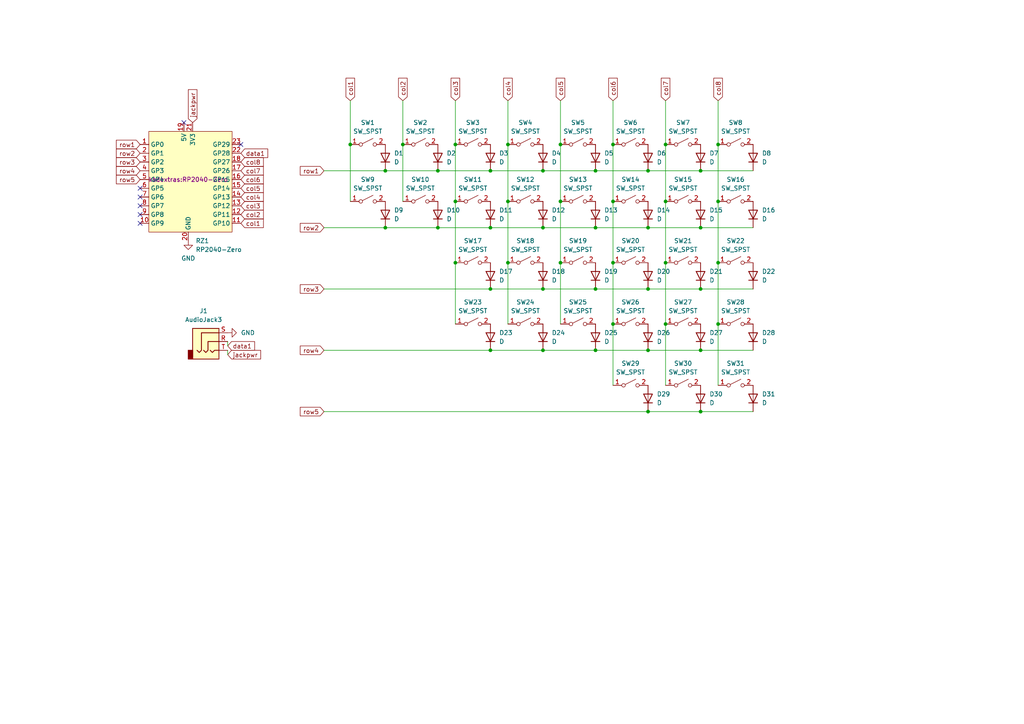
<source format=kicad_sch>
(kicad_sch (version 20250114) (generator "eeschema") (generator_version "9.0")
  (paper "A4")
  (lib_symbols
    (symbol "Connector_Audio:AudioJack3"
      (property "Reference" "J" (at 0 8.89 0))
      (property "Value" "AudioJack3" (at 0 6.35 0))
      (symbol "AudioJack3_0_1"
        (rectangle (start -5.08 -5.08) (end -6.35 -2.54) (stroke (width 0.254)) (fill (type outline)))
        (polyline (pts (xy -1.905 -2.54) (xy -1.27 -3.175) (xy -0.635 -2.54) (xy -0.635 0) (xy 2.54 0)) (stroke (width 0.254)))
        (polyline (pts (xy 0 -2.54) (xy 0.635 -3.175) (xy 1.27 -2.54) (xy 2.54 -2.54)) (stroke (width 0.254)))
        (rectangle (start 2.54 3.81) (end -5.08 -5.08) (stroke (width 0.254)) (fill (type background)))
        (polyline (pts (xy 2.54 2.54) (xy -2.54 2.54) (xy -2.54 -2.54) (xy -3.175 -3.175) (xy -3.81 -2.54)) (stroke (width 0.254)))
      )
      (symbol "AudioJack3_1_1"
        (pin passive line (at 5.08 2.54 180) (length 2.54) (name "~") (number "S"))
        (pin passive line (at 5.08 0 180) (length 2.54) (name "~") (number "R"))
        (pin passive line (at 5.08 -2.54 180) (length 2.54) (name "~") (number "T"))
      )
    )
    (symbol "Device:D" (pin_numbers (hide yes)) (pin_names (offset 1.016) (hide yes))
      (property "Reference" "D" (at 0 2.54 0))
      (property "Value" "D" (at 0 -2.54 0))
      (symbol "D_0_1"
        (polyline (pts (xy -1.27 1.27) (xy -1.27 -1.27)) (stroke (width 0.254)))
        (polyline (pts (xy 1.27 1.27) (xy 1.27 -1.27) (xy -1.27 0) (xy 1.27 1.27)) (stroke (width 0.254)))
        (polyline (pts (xy 1.27 0) (xy -1.27 0)))
      )
      (symbol "D_1_1"
        (pin passive line (at -3.81 0 0) (length 2.54) (name "K") (number "1"))
        (pin passive line (at 3.81 0 180) (length 2.54) (name "A") (number "2"))
      )
    )
    (symbol "Switch:SW_SPST" (pin_names (offset 0) (hide yes))
      (property "Reference" "SW" (at 0 3.175 0))
      (property "Value" "SW_SPST" (at 0 -2.54 0))
      (symbol "SW_SPST_0_0"
        (circle (center -2.032 0) (radius 0.508))
        (polyline (pts (xy -1.524 0.254) (xy 1.524 1.778)))
        (circle (center 2.032 0) (radius 0.508))
      )
      (symbol "SW_SPST_1_1"
        (pin passive line (at -5.08 0 0) (length 2.54) (name "A") (number "1"))
        (pin passive line (at 5.08 0 180) (length 2.54) (name "B") (number "2"))
      )
    )
    (symbol "picos:RP2040-Zero"
      (property "Reference" "RZ" (at 0 0 0))
      (property "Value" "RP2040-Zero" (at 0 -2.54 0))
      (property "Footprint" "RP2040-Zero:RP2040-Zero" (at 0 0 0))
      (symbol "RP2040-Zero_0_1"
        (rectangle (start -11.43 -15.24) (end 12.7 13.97) (fill (type background)))
      )
      (symbol "RP2040-Zero_1_1"
        (pin bidirectional line (at -13.97 10.16 0) (length 2.54) (name "GP0") (number "1"))
        (pin bidirectional line (at -13.97 7.62 0) (length 2.54) (name "GP1") (number "2"))
        (pin bidirectional line (at -13.97 5.08 0) (length 2.54) (name "GP2") (number "3"))
        (pin bidirectional line (at -13.97 2.54 0) (length 2.54) (name "GP3") (number "4"))
        (pin bidirectional line (at -13.97 0 0) (length 2.54) (name "GP4") (number "5"))
        (pin bidirectional line (at -13.97 -2.54 0) (length 2.54) (name "GP5") (number "6"))
        (pin bidirectional line (at -13.97 -5.08 0) (length 2.54) (name "GP6") (number "7"))
        (pin bidirectional line (at -13.97 -7.62 0) (length 2.54) (name "GP7") (number "8"))
        (pin bidirectional line (at -13.97 -10.16 0) (length 2.54) (name "GP8") (number "9"))
        (pin bidirectional line (at -13.97 -12.7 0) (length 2.54) (name "GP9") (number "10"))
        (pin bidirectional line (at -1.27 16.51 270) (length 2.54) (name "5V") (number "19"))
        (pin power_in line (at 0 -17.78 90) (length 2.54) (name "GND") (number "20"))
        (pin power_in line (at 1.27 16.51 270) (length 2.54) (name "3V3") (number "21"))
        (pin bidirectional line (at 15.24 10.16 180) (length 2.54) (name "GP29") (number "23"))
        (pin bidirectional line (at 15.24 7.62 180) (length 2.54) (name "GP28") (number "22"))
        (pin bidirectional line (at 15.24 5.08 180) (length 2.54) (name "GP27") (number "18"))
        (pin bidirectional line (at 15.24 2.54 180) (length 2.54) (name "GP26") (number "17"))
        (pin bidirectional line (at 15.24 0 180) (length 2.54) (name "GP15") (number "16"))
        (pin bidirectional line (at 15.24 -2.54 180) (length 2.54) (name "GP14") (number "15"))
        (pin bidirectional line (at 15.24 -5.08 180) (length 2.54) (name "GP13") (number "14"))
        (pin bidirectional line (at 15.24 -7.62 180) (length 2.54) (name "GP12") (number "13"))
        (pin bidirectional line (at 15.24 -10.16 180) (length 2.54) (name "GP11") (number "12"))
        (pin bidirectional line (at 15.24 -12.7 180) (length 2.54) (name "GP10") (number "11"))
      )
    )
    (symbol "power:GND" (power) (pin_numbers (hide yes)) (pin_names (offset 0) (hide yes))
      (property "Value" "GND" (at 0 -3.81 0))
      (symbol "GND_0_1"
        (polyline (pts (xy 0 0) (xy 0 -1.27) (xy 1.27 -1.27) (xy 0 -2.54) (xy -1.27 -1.27) (xy 0 -1.27)))
      )
      (symbol "GND_1_1"
        (pin power_in line (at 0 0 270) (length 0) (name "~") (number "1"))
      )
    )
  )
  (junction (at 147.32 58.42))
  (junction (at 142.24 49.53))
  (junction (at 157.48 101.6))
  (junction (at 208.28 76.2))
  (junction (at 203.2 83.82))
  (junction (at 193.04 41.91))
  (junction (at 193.04 76.2))
  (junction (at 177.8 58.42))
  (junction (at 172.72 83.82))
  (junction (at 116.84 41.91))
  (junction (at 162.56 58.42))
  (junction (at 208.28 41.91))
  (junction (at 101.6 41.91))
  (junction (at 208.28 93.98))
  (junction (at 193.04 93.98))
  (junction (at 208.28 58.42))
  (junction (at 172.72 66.04))
  (junction (at 127 66.04))
  (junction (at 203.2 66.04))
  (junction (at 157.48 49.53))
  (junction (at 187.96 101.6))
  (junction (at 177.8 41.91))
  (junction (at 142.24 101.6))
  (junction (at 177.8 93.98))
  (junction (at 193.04 58.42))
  (junction (at 142.24 66.04))
  (junction (at 162.56 76.2))
  (junction (at 187.96 119.38))
  (junction (at 132.08 41.91))
  (junction (at 157.48 83.82))
  (junction (at 187.96 49.53))
  (junction (at 177.8 76.2))
  (junction (at 132.08 76.2))
  (junction (at 172.72 101.6))
  (junction (at 172.72 49.53))
  (junction (at 203.2 49.53))
  (junction (at 187.96 83.82))
  (junction (at 111.76 66.04))
  (junction (at 147.32 41.91))
  (junction (at 203.2 119.38))
  (junction (at 127 49.53))
  (junction (at 132.08 58.42))
  (junction (at 111.76 49.53))
  (junction (at 147.32 76.2))
  (junction (at 142.24 83.82))
  (junction (at 162.56 41.91))
  (junction (at 203.2 101.6))
  (junction (at 157.48 66.04))
  (junction (at 187.96 66.04))
  (no_connect (at 40.64 64.77))
  (no_connect (at 40.64 59.69))
  (no_connect (at 69.85 41.91))
  (no_connect (at 40.64 54.61))
  (no_connect (at 40.64 57.15))
  (no_connect (at 53.34 35.56))
  (no_connect (at 40.64 62.23))
  (wire (pts (xy 172.72 101.6) (xy 187.96 101.6)))
  (wire (pts (xy 177.8 76.2) (xy 177.8 93.98)))
  (wire (pts (xy 193.04 41.91) (xy 193.04 58.42)))
  (wire (pts (xy 187.96 83.82) (xy 203.2 83.82)))
  (wire (pts (xy 172.72 83.82) (xy 187.96 83.82)))
  (wire (pts (xy 93.98 49.53) (xy 111.76 49.53)))
  (wire (pts (xy 177.8 29.21) (xy 177.8 41.91)))
  (wire (pts (xy 142.24 83.82) (xy 157.48 83.82)))
  (wire (pts (xy 147.32 29.21) (xy 147.32 41.91)))
  (wire (pts (xy 187.96 66.04) (xy 203.2 66.04)))
  (wire (pts (xy 187.96 49.53) (xy 203.2 49.53)))
  (wire (pts (xy 157.48 83.82) (xy 172.72 83.82)))
  (wire (pts (xy 142.24 49.53) (xy 157.48 49.53)))
  (wire (pts (xy 172.72 66.04) (xy 187.96 66.04)))
  (wire (pts (xy 208.28 58.42) (xy 208.28 76.2)))
  (wire (pts (xy 147.32 41.91) (xy 147.32 58.42)))
  (wire (pts (xy 203.2 119.38) (xy 218.44 119.38)))
  (wire (pts (xy 127 49.53) (xy 142.24 49.53)))
  (wire (pts (xy 116.84 29.21) (xy 116.84 41.91)))
  (wire (pts (xy 203.2 101.6) (xy 218.44 101.6)))
  (wire (pts (xy 93.98 83.82) (xy 142.24 83.82)))
  (wire (pts (xy 187.96 119.38) (xy 203.2 119.38)))
  (wire (pts (xy 111.76 49.53) (xy 127 49.53)))
  (wire (pts (xy 66.04 101.6) (xy 66.04 102.87)))
  (wire (pts (xy 142.24 101.6) (xy 157.48 101.6)))
  (wire (pts (xy 157.48 66.04) (xy 172.72 66.04)))
  (wire (pts (xy 177.8 58.42) (xy 177.8 76.2)))
  (wire (pts (xy 208.28 29.21) (xy 208.28 41.91)))
  (wire (pts (xy 101.6 29.21) (xy 101.6 41.91)))
  (wire (pts (xy 162.56 41.91) (xy 162.56 58.42)))
  (wire (pts (xy 111.76 66.04) (xy 127 66.04)))
  (wire (pts (xy 203.2 49.53) (xy 218.44 49.53)))
  (wire (pts (xy 101.6 41.91) (xy 101.6 58.42)))
  (wire (pts (xy 193.04 29.21) (xy 193.04 41.91)))
  (wire (pts (xy 147.32 58.42) (xy 147.32 76.2)))
  (wire (pts (xy 193.04 76.2) (xy 193.04 93.98)))
  (wire (pts (xy 132.08 41.91) (xy 132.08 58.42)))
  (wire (pts (xy 208.28 93.98) (xy 208.28 111.76)))
  (wire (pts (xy 93.98 119.38) (xy 187.96 119.38)))
  (wire (pts (xy 162.56 76.2) (xy 162.56 93.98)))
  (wire (pts (xy 162.56 29.21) (xy 162.56 41.91)))
  (wire (pts (xy 203.2 66.04) (xy 218.44 66.04)))
  (wire (pts (xy 208.28 76.2) (xy 208.28 93.98)))
  (wire (pts (xy 157.48 101.6) (xy 172.72 101.6)))
  (wire (pts (xy 66.04 99.06) (xy 66.04 100.33)))
  (wire (pts (xy 193.04 93.98) (xy 193.04 111.76)))
  (wire (pts (xy 132.08 76.2) (xy 132.08 93.98)))
  (wire (pts (xy 208.28 41.91) (xy 208.28 58.42)))
  (wire (pts (xy 162.56 58.42) (xy 162.56 76.2)))
  (wire (pts (xy 93.98 66.04) (xy 111.76 66.04)))
  (wire (pts (xy 193.04 58.42) (xy 193.04 76.2)))
  (wire (pts (xy 93.98 101.6) (xy 142.24 101.6)))
  (wire (pts (xy 142.24 66.04) (xy 157.48 66.04)))
  (wire (pts (xy 172.72 49.53) (xy 187.96 49.53)))
  (wire (pts (xy 177.8 41.91) (xy 177.8 58.42)))
  (wire (pts (xy 132.08 29.21) (xy 132.08 41.91)))
  (wire (pts (xy 132.08 58.42) (xy 132.08 76.2)))
  (wire (pts (xy 147.32 76.2) (xy 147.32 93.98)))
  (wire (pts (xy 127 66.04) (xy 142.24 66.04)))
  (wire (pts (xy 203.2 83.82) (xy 218.44 83.82)))
  (wire (pts (xy 187.96 101.6) (xy 203.2 101.6)))
  (wire (pts (xy 157.48 49.53) (xy 172.72 49.53)))
  (wire (pts (xy 116.84 41.91) (xy 116.84 58.42)))
  (wire (pts (xy 177.8 93.98) (xy 177.8 111.76)))
  (global_label "data1" (shape input) (at 69.85 44.45 0) (property "Intersheetrefs" "${INTERSHEET_REFS}" (effects (hide yes))))
  (global_label "col7" (shape input) (at 193.04 29.21 90) (property "Intersheetrefs" "${INTERSHEET_REFS}" (effects (hide yes))))
  (global_label "col6" (shape input) (at 177.8 29.21 90) (property "Intersheetrefs" "${INTERSHEET_REFS}" (effects (hide yes))))
  (global_label "row2" (shape input) (at 40.64 44.45 180) (property "Intersheetrefs" "${INTERSHEET_REFS}" (effects (hide yes))))
  (global_label "col7" (shape input) (at 69.85 49.53 0) (property "Intersheetrefs" "${INTERSHEET_REFS}" (effects (hide yes))))
  (global_label "col5" (shape input) (at 162.56 29.21 90) (property "Intersheetrefs" "${INTERSHEET_REFS}" (effects (hide yes))))
  (global_label "row5" (shape input) (at 93.98 119.38 180) (property "Intersheetrefs" "${INTERSHEET_REFS}" (effects (hide yes))))
  (global_label "row4" (shape input) (at 93.98 101.6 180) (property "Intersheetrefs" "${INTERSHEET_REFS}" (effects (hide yes))))
  (global_label "row3" (shape input) (at 40.64 46.99 180) (property "Intersheetrefs" "${INTERSHEET_REFS}" (effects (hide yes))))
  (global_label "row3" (shape input) (at 93.98 83.82 180) (property "Intersheetrefs" "${INTERSHEET_REFS}" (effects (hide yes))))
  (global_label "row2" (shape input) (at 93.98 66.04 180) (property "Intersheetrefs" "${INTERSHEET_REFS}" (effects (hide yes))))
  (global_label "row5" (shape input) (at 40.64 52.07 180) (property "Intersheetrefs" "${INTERSHEET_REFS}" (effects (hide yes))))
  (global_label "data1" (shape input) (at 66.04 100.33 0) (property "Intersheetrefs" "${INTERSHEET_REFS}" (effects (hide yes))))
  (global_label "col4" (shape input) (at 147.32 29.21 90) (property "Intersheetrefs" "${INTERSHEET_REFS}" (effects (hide yes))))
  (global_label "col8" (shape input) (at 208.28 29.21 90) (property "Intersheetrefs" "${INTERSHEET_REFS}" (effects (hide yes))))
  (global_label "col3" (shape input) (at 132.08 29.21 90) (property "Intersheetrefs" "${INTERSHEET_REFS}" (effects (hide yes))))
  (global_label "col1" (shape input) (at 101.6 29.21 90) (property "Intersheetrefs" "${INTERSHEET_REFS}" (effects (hide yes))))
  (global_label "col2" (shape input) (at 69.85 62.23 0) (property "Intersheetrefs" "${INTERSHEET_REFS}" (effects (hide yes))))
  (global_label "col5" (shape input) (at 69.85 54.61 0) (property "Intersheetrefs" "${INTERSHEET_REFS}" (effects (hide yes))))
  (global_label "col6" (shape input) (at 69.85 52.07 0) (property "Intersheetrefs" "${INTERSHEET_REFS}" (effects (hide yes))))
  (global_label "col1" (shape input) (at 69.85 64.77 0) (property "Intersheetrefs" "${INTERSHEET_REFS}" (effects (hide yes))))
  (global_label "col4" (shape input) (at 69.85 57.15 0) (property "Intersheetrefs" "${INTERSHEET_REFS}" (effects (hide yes))))
  (global_label "col8" (shape input) (at 69.85 46.99 0) (property "Intersheetrefs" "${INTERSHEET_REFS}" (effects (hide yes))))
  (global_label "col3" (shape input) (at 69.85 59.69 0) (property "Intersheetrefs" "${INTERSHEET_REFS}" (effects (hide yes))))
  (global_label "row4" (shape input) (at 40.64 49.53 180) (property "Intersheetrefs" "${INTERSHEET_REFS}" (effects (hide yes))))
  (global_label "row1" (shape input) (at 40.64 41.91 180) (property "Intersheetrefs" "${INTERSHEET_REFS}" (effects (hide yes))))
  (global_label "jackpwr" (shape input) (at 66.04 102.87 0) (property "Intersheetrefs" "${INTERSHEET_REFS}" (effects (hide yes))))
  (global_label "row1" (shape input) (at 93.98 49.53 180) (property "Intersheetrefs" "${INTERSHEET_REFS}" (effects (hide yes))))
  (global_label "col2" (shape input) (at 116.84 29.21 90) (property "Intersheetrefs" "${INTERSHEET_REFS}" (effects (hide yes))))
  (global_label "jackpwr" (shape input) (at 55.88 35.56 90) (property "Intersheetrefs" "${INTERSHEET_REFS}" (effects (hide yes))))
  (symbol (lib_id "power:GND") (at 66.04 96.52 90) (unit 1)
    (property "Reference" "#PWR02" (effects (hide yes)))
    (property "Value" "GND" (at 69.85 96.5199 90) (effects (justify right)))
    (property "Description" "Power symbol creates a global label with name \"GND\" , ground" (effects (hide yes)))
  )
  (symbol (lib_id "Device:D") (at 157.48 62.23 90) (unit 1)
    (property "Reference" "D12" (at 160.02 60.9599 90) (effects (justify right)))
    (property "Value" "D" (at 160.02 63.4999 90) (effects (justify right)))
    (property "Footprint" "kbdextras:1N4148W" (effects (hide yes)))
    (property "Description" "Diode" (effects (hide yes)))
    (property "Sim.Device" "D" (effects (hide yes)))
    (property "Sim.Pins" "1=K 2=A" (effects (hide yes)))
  )
  (symbol (lib_id "Device:D") (at 203.2 115.57 90) (unit 1)
    (property "Reference" "D30" (at 205.74 114.2999 90) (effects (justify right)))
    (property "Value" "D" (at 205.74 116.8399 90) (effects (justify right)))
    (property "Footprint" "kbdextras:1N4148W" (effects (hide yes)))
    (property "Description" "Diode" (effects (hide yes)))
    (property "Sim.Device" "D" (effects (hide yes)))
    (property "Sim.Pins" "1=K 2=A" (effects (hide yes)))
  )
  (symbol (lib_id "Switch:SW_SPST") (at 167.64 76.2 0) (unit 1)
    (property "Reference" "SW19" (at 167.64 69.85 0))
    (property "Value" "SW_SPST" (at 167.64 72.39 0))
    (property "Footprint" "kbdextras:mx-choc-dual" (effects (hide yes)))
    (property "Description" "Single Pole Single Throw (SPST) switch" (effects (hide yes)))
  )
  (symbol (lib_id "Device:D") (at 203.2 62.23 90) (unit 1)
    (property "Reference" "D15" (at 205.74 60.9599 90) (effects (justify right)))
    (property "Value" "D" (at 205.74 63.4999 90) (effects (justify right)))
    (property "Footprint" "kbdextras:1N4148W" (effects (hide yes)))
    (property "Description" "Diode" (effects (hide yes)))
    (property "Sim.Device" "D" (effects (hide yes)))
    (property "Sim.Pins" "1=K 2=A" (effects (hide yes)))
  )
  (symbol (lib_id "Device:D") (at 172.72 80.01 90) (unit 1)
    (property "Reference" "D19" (at 175.26 78.7399 90) (effects (justify right)))
    (property "Value" "D" (at 175.26 81.2799 90) (effects (justify right)))
    (property "Footprint" "kbdextras:1N4148W" (effects (hide yes)))
    (property "Description" "Diode" (effects (hide yes)))
    (property "Sim.Device" "D" (effects (hide yes)))
    (property "Sim.Pins" "1=K 2=A" (effects (hide yes)))
  )
  (symbol (lib_id "Device:D") (at 172.72 45.72 90) (unit 1)
    (property "Reference" "D5" (at 175.26 44.4499 90) (effects (justify right)))
    (property "Value" "D" (at 175.26 46.9899 90) (effects (justify right)))
    (property "Footprint" "kbdextras:1N4148W" (effects (hide yes)))
    (property "Description" "Diode" (effects (hide yes)))
    (property "Sim.Device" "D" (effects (hide yes)))
    (property "Sim.Pins" "1=K 2=A" (effects (hide yes)))
  )
  (symbol (lib_id "Switch:SW_SPST") (at 152.4 76.2 0) (unit 1)
    (property "Reference" "SW18" (at 152.4 69.85 0))
    (property "Value" "SW_SPST" (at 152.4 72.39 0))
    (property "Footprint" "kbdextras:mx-choc-dual" (effects (hide yes)))
    (property "Description" "Single Pole Single Throw (SPST) switch" (effects (hide yes)))
  )
  (symbol (lib_id "Device:D") (at 157.48 97.79 90) (unit 1)
    (property "Reference" "D24" (at 160.02 96.5199 90) (effects (justify right)))
    (property "Value" "D" (at 160.02 99.0599 90) (effects (justify right)))
    (property "Footprint" "kbdextras:1N4148W" (effects (hide yes)))
    (property "Description" "Diode" (effects (hide yes)))
    (property "Sim.Device" "D" (effects (hide yes)))
    (property "Sim.Pins" "1=K 2=A" (effects (hide yes)))
  )
  (symbol (lib_id "Device:D") (at 111.76 45.72 90) (unit 1)
    (property "Reference" "D1" (at 114.3 44.4499 90) (effects (justify right)))
    (property "Value" "D" (at 114.3 46.9899 90) (effects (justify right)))
    (property "Footprint" "kbdextras:1N4148W" (effects (hide yes)))
    (property "Description" "Diode" (effects (hide yes)))
    (property "Sim.Device" "D" (effects (hide yes)))
    (property "Sim.Pins" "1=K 2=A" (effects (hide yes)))
  )
  (symbol (lib_id "Device:D") (at 142.24 97.79 90) (unit 1)
    (property "Reference" "D23" (at 144.78 96.5199 90) (effects (justify right)))
    (property "Value" "D" (at 144.78 99.0599 90) (effects (justify right)))
    (property "Footprint" "kbdextras:1N4148W" (effects (hide yes)))
    (property "Description" "Diode" (effects (hide yes)))
    (property "Sim.Device" "D" (effects (hide yes)))
    (property "Sim.Pins" "1=K 2=A" (effects (hide yes)))
  )
  (symbol (lib_id "Switch:SW_SPST") (at 198.12 58.42 0) (unit 1)
    (property "Reference" "SW15" (at 198.12 52.07 0))
    (property "Value" "SW_SPST" (at 198.12 54.61 0))
    (property "Footprint" "kbdextras:mx-choc-dual" (effects (hide yes)))
    (property "Description" "Single Pole Single Throw (SPST) switch" (effects (hide yes)))
  )
  (symbol (lib_id "Switch:SW_SPST") (at 152.4 41.91 0) (unit 1)
    (property "Reference" "SW4" (at 152.4 35.56 0))
    (property "Value" "SW_SPST" (at 152.4 38.1 0))
    (property "Footprint" "kbdextras:mx-choc-dual" (effects (hide yes)))
    (property "Description" "Single Pole Single Throw (SPST) switch" (effects (hide yes)))
  )
  (symbol (lib_id "Switch:SW_SPST") (at 152.4 93.98 0) (unit 1)
    (property "Reference" "SW24" (at 152.4 87.63 0))
    (property "Value" "SW_SPST" (at 152.4 90.17 0))
    (property "Footprint" "kbdextras:mx-choc-dual" (effects (hide yes)))
    (property "Description" "Single Pole Single Throw (SPST) switch" (effects (hide yes)))
  )
  (symbol (lib_id "Switch:SW_SPST") (at 213.36 58.42 0) (unit 1)
    (property "Reference" "SW16" (at 213.36 52.07 0))
    (property "Value" "SW_SPST" (at 213.36 54.61 0))
    (property "Footprint" "kbdextras:mx-choc-dual" (effects (hide yes)))
    (property "Description" "Single Pole Single Throw (SPST) switch" (effects (hide yes)))
  )
  (symbol (lib_id "Device:D") (at 142.24 62.23 90) (unit 1)
    (property "Reference" "D11" (at 144.78 60.9599 90) (effects (justify right)))
    (property "Value" "D" (at 144.78 63.4999 90) (effects (justify right)))
    (property "Footprint" "kbdextras:1N4148W" (effects (hide yes)))
    (property "Description" "Diode" (effects (hide yes)))
    (property "Sim.Device" "D" (effects (hide yes)))
    (property "Sim.Pins" "1=K 2=A" (effects (hide yes)))
  )
  (symbol (lib_id "Switch:SW_SPST") (at 167.64 41.91 0) (unit 1)
    (property "Reference" "SW5" (at 167.64 35.56 0))
    (property "Value" "SW_SPST" (at 167.64 38.1 0))
    (property "Footprint" "kbdextras:mx-choc-dual" (effects (hide yes)))
    (property "Description" "Single Pole Single Throw (SPST) switch" (effects (hide yes)))
  )
  (symbol (lib_id "Switch:SW_SPST") (at 182.88 111.76 0) (unit 1)
    (property "Reference" "SW29" (at 182.88 105.41 0))
    (property "Value" "SW_SPST" (at 182.88 107.95 0))
    (property "Footprint" "kbdextras:mx-choc-dual" (effects (hide yes)))
    (property "Description" "Single Pole Single Throw (SPST) switch" (effects (hide yes)))
  )
  (symbol (lib_id "power:GND") (at 54.61 69.85 0) (unit 1)
    (property "Reference" "#PWR01" (effects (hide yes)))
    (property "Value" "GND" (at 54.61 74.93 0))
    (property "Description" "Power symbol creates a global label with name \"GND\" , ground" (effects (hide yes)))
  )
  (symbol (lib_id "Device:D") (at 157.48 45.72 90) (unit 1)
    (property "Reference" "D4" (at 160.02 44.4499 90) (effects (justify right)))
    (property "Value" "D" (at 160.02 46.9899 90) (effects (justify right)))
    (property "Footprint" "kbdextras:1N4148W" (effects (hide yes)))
    (property "Description" "Diode" (effects (hide yes)))
    (property "Sim.Device" "D" (effects (hide yes)))
    (property "Sim.Pins" "1=K 2=A" (effects (hide yes)))
  )
  (symbol (lib_id "Device:D") (at 172.72 62.23 90) (unit 1)
    (property "Reference" "D13" (at 175.26 60.9599 90) (effects (justify right)))
    (property "Value" "D" (at 175.26 63.4999 90) (effects (justify right)))
    (property "Footprint" "kbdextras:1N4148W" (effects (hide yes)))
    (property "Description" "Diode" (effects (hide yes)))
    (property "Sim.Device" "D" (effects (hide yes)))
    (property "Sim.Pins" "1=K 2=A" (effects (hide yes)))
  )
  (symbol (lib_id "Device:D") (at 142.24 80.01 90) (unit 1)
    (property "Reference" "D17" (at 144.78 78.7399 90) (effects (justify right)))
    (property "Value" "D" (at 144.78 81.2799 90) (effects (justify right)))
    (property "Footprint" "kbdextras:1N4148W" (effects (hide yes)))
    (property "Description" "Diode" (effects (hide yes)))
    (property "Sim.Device" "D" (effects (hide yes)))
    (property "Sim.Pins" "1=K 2=A" (effects (hide yes)))
  )
  (symbol (lib_id "Device:D") (at 218.44 97.79 90) (unit 1)
    (property "Reference" "D28" (at 220.98 96.5199 90) (effects (justify right)))
    (property "Value" "D" (at 220.98 99.0599 90) (effects (justify right)))
    (property "Footprint" "kbdextras:1N4148W" (effects (hide yes)))
    (property "Description" "Diode" (effects (hide yes)))
    (property "Sim.Device" "D" (effects (hide yes)))
    (property "Sim.Pins" "1=K 2=A" (effects (hide yes)))
  )
  (symbol (lib_id "Switch:SW_SPST") (at 198.12 41.91 0) (unit 1)
    (property "Reference" "SW7" (at 198.12 35.56 0))
    (property "Value" "SW_SPST" (at 198.12 38.1 0))
    (property "Footprint" "kbdextras:mx-choc-dual" (effects (hide yes)))
    (property "Description" "Single Pole Single Throw (SPST) switch" (effects (hide yes)))
  )
  (symbol (lib_id "Switch:SW_SPST") (at 106.68 58.42 0) (unit 1)
    (property "Reference" "SW9" (at 106.68 52.07 0))
    (property "Value" "SW_SPST" (at 106.68 54.61 0))
    (property "Footprint" "kbdextras:mx-choc-dual" (effects (hide yes)))
    (property "Description" "Single Pole Single Throw (SPST) switch" (effects (hide yes)))
  )
  (symbol (lib_id "Device:D") (at 172.72 97.79 90) (unit 1)
    (property "Reference" "D25" (at 175.26 96.5199 90) (effects (justify right)))
    (property "Value" "D" (at 175.26 99.0599 90) (effects (justify right)))
    (property "Footprint" "kbdextras:1N4148W" (effects (hide yes)))
    (property "Description" "Diode" (effects (hide yes)))
    (property "Sim.Device" "D" (effects (hide yes)))
    (property "Sim.Pins" "1=K 2=A" (effects (hide yes)))
  )
  (symbol (lib_id "Switch:SW_SPST") (at 213.36 76.2 0) (unit 1)
    (property "Reference" "SW22" (at 213.36 69.85 0))
    (property "Value" "SW_SPST" (at 213.36 72.39 0))
    (property "Footprint" "kbdextras:mx-choc-dual" (effects (hide yes)))
    (property "Description" "Single Pole Single Throw (SPST) switch" (effects (hide yes)))
  )
  (symbol (lib_id "Switch:SW_SPST") (at 182.88 76.2 0) (unit 1)
    (property "Reference" "SW20" (at 182.88 69.85 0))
    (property "Value" "SW_SPST" (at 182.88 72.39 0))
    (property "Footprint" "kbdextras:mx-choc-dual" (effects (hide yes)))
    (property "Description" "Single Pole Single Throw (SPST) switch" (effects (hide yes)))
  )
  (symbol (lib_id "Device:D") (at 142.24 45.72 90) (unit 1)
    (property "Reference" "D3" (at 144.78 44.4499 90) (effects (justify right)))
    (property "Value" "D" (at 144.78 46.9899 90) (effects (justify right)))
    (property "Footprint" "kbdextras:1N4148W" (effects (hide yes)))
    (property "Description" "Diode" (effects (hide yes)))
    (property "Sim.Device" "D" (effects (hide yes)))
    (property "Sim.Pins" "1=K 2=A" (effects (hide yes)))
  )
  (symbol (lib_id "Switch:SW_SPST") (at 106.68 41.91 0) (unit 1)
    (property "Reference" "SW1" (at 106.68 35.56 0))
    (property "Value" "SW_SPST" (at 106.68 38.1 0))
    (property "Footprint" "kbdextras:mx-choc-dual" (effects (hide yes)))
    (property "Description" "Single Pole Single Throw (SPST) switch" (effects (hide yes)))
  )
  (symbol (lib_id "Device:D") (at 187.96 45.72 90) (unit 1)
    (property "Reference" "D6" (at 190.5 44.4499 90) (effects (justify right)))
    (property "Value" "D" (at 190.5 46.9899 90) (effects (justify right)))
    (property "Footprint" "kbdextras:1N4148W" (effects (hide yes)))
    (property "Description" "Diode" (effects (hide yes)))
    (property "Sim.Device" "D" (effects (hide yes)))
    (property "Sim.Pins" "1=K 2=A" (effects (hide yes)))
  )
  (symbol (lib_id "Switch:SW_SPST") (at 198.12 76.2 0) (unit 1)
    (property "Reference" "SW21" (at 198.12 69.85 0))
    (property "Value" "SW_SPST" (at 198.12 72.39 0))
    (property "Footprint" "kbdextras:mx-choc-dual" (effects (hide yes)))
    (property "Description" "Single Pole Single Throw (SPST) switch" (effects (hide yes)))
  )
  (symbol (lib_id "Switch:SW_SPST") (at 167.64 58.42 0) (unit 1)
    (property "Reference" "SW13" (at 167.64 52.07 0))
    (property "Value" "SW_SPST" (at 167.64 54.61 0))
    (property "Footprint" "kbdextras:mx-choc-dual" (effects (hide yes)))
    (property "Description" "Single Pole Single Throw (SPST) switch" (effects (hide yes)))
  )
  (symbol (lib_id "Device:D") (at 218.44 45.72 90) (unit 1)
    (property "Reference" "D8" (at 220.98 44.4499 90) (effects (justify right)))
    (property "Value" "D" (at 220.98 46.9899 90) (effects (justify right)))
    (property "Footprint" "kbdextras:1N4148W" (effects (hide yes)))
    (property "Description" "Diode" (effects (hide yes)))
    (property "Sim.Device" "D" (effects (hide yes)))
    (property "Sim.Pins" "1=K 2=A" (effects (hide yes)))
  )
  (symbol (lib_id "Device:D") (at 218.44 80.01 90) (unit 1)
    (property "Reference" "D22" (at 220.98 78.7399 90) (effects (justify right)))
    (property "Value" "D" (at 220.98 81.2799 90) (effects (justify right)))
    (property "Footprint" "kbdextras:1N4148W" (effects (hide yes)))
    (property "Description" "Diode" (effects (hide yes)))
    (property "Sim.Device" "D" (effects (hide yes)))
    (property "Sim.Pins" "1=K 2=A" (effects (hide yes)))
  )
  (symbol (lib_id "Device:D") (at 187.96 80.01 90) (unit 1)
    (property "Reference" "D20" (at 190.5 78.7399 90) (effects (justify right)))
    (property "Value" "D" (at 190.5 81.2799 90) (effects (justify right)))
    (property "Footprint" "kbdextras:1N4148W" (effects (hide yes)))
    (property "Description" "Diode" (effects (hide yes)))
    (property "Sim.Device" "D" (effects (hide yes)))
    (property "Sim.Pins" "1=K 2=A" (effects (hide yes)))
  )
  (symbol (lib_id "Switch:SW_SPST") (at 167.64 93.98 0) (unit 1)
    (property "Reference" "SW25" (at 167.64 87.63 0))
    (property "Value" "SW_SPST" (at 167.64 90.17 0))
    (property "Footprint" "kbdextras:mx-choc-dual" (effects (hide yes)))
    (property "Description" "Single Pole Single Throw (SPST) switch" (effects (hide yes)))
  )
  (symbol (lib_id "Switch:SW_SPST") (at 137.16 76.2 0) (unit 1)
    (property "Reference" "SW17" (at 137.16 69.85 0))
    (property "Value" "SW_SPST" (at 137.16 72.39 0))
    (property "Footprint" "kbdextras:mx-choc-dual" (effects (hide yes)))
    (property "Description" "Single Pole Single Throw (SPST) switch" (effects (hide yes)))
  )
  (symbol (lib_id "Device:D") (at 157.48 80.01 90) (unit 1)
    (property "Reference" "D18" (at 160.02 78.7399 90) (effects (justify right)))
    (property "Value" "D" (at 160.02 81.2799 90) (effects (justify right)))
    (property "Footprint" "kbdextras:1N4148W" (effects (hide yes)))
    (property "Description" "Diode" (effects (hide yes)))
    (property "Sim.Device" "D" (effects (hide yes)))
    (property "Sim.Pins" "1=K 2=A" (effects (hide yes)))
  )
  (symbol (lib_id "Switch:SW_SPST") (at 121.92 41.91 0) (unit 1)
    (property "Reference" "SW2" (at 121.92 35.56 0))
    (property "Value" "SW_SPST" (at 121.92 38.1 0))
    (property "Footprint" "kbdextras:mx-choc-dual" (effects (hide yes)))
    (property "Description" "Single Pole Single Throw (SPST) switch" (effects (hide yes)))
  )
  (symbol (lib_id "picos:RP2040-Zero") (at 54.61 52.07 0) (unit 1)
    (property "Reference" "RZ1" (at 56.7533 69.85 0) (effects (justify left)))
    (property "Value" "RP2040-Zero" (at 56.7533 72.39 0) (effects (justify left)))
    (property "Footprint" "kbdextras:RP2040-Zero" (at 54.61 52.07 0))
  )
  (symbol (lib_id "Switch:SW_SPST") (at 121.92 58.42 0) (unit 1)
    (property "Reference" "SW10" (at 121.92 52.07 0))
    (property "Value" "SW_SPST" (at 121.92 54.61 0))
    (property "Footprint" "kbdextras:mx-choc-dual" (effects (hide yes)))
    (property "Description" "Single Pole Single Throw (SPST) switch" (effects (hide yes)))
  )
  (symbol (lib_id "Switch:SW_SPST") (at 137.16 58.42 0) (unit 1)
    (property "Reference" "SW11" (at 137.16 52.07 0))
    (property "Value" "SW_SPST" (at 137.16 54.61 0))
    (property "Footprint" "kbdextras:mx-choc-dual" (effects (hide yes)))
    (property "Description" "Single Pole Single Throw (SPST) switch" (effects (hide yes)))
  )
  (symbol (lib_id "Device:D") (at 218.44 62.23 90) (unit 1)
    (property "Reference" "D16" (at 220.98 60.9599 90) (effects (justify right)))
    (property "Value" "D" (at 220.98 63.4999 90) (effects (justify right)))
    (property "Footprint" "kbdextras:1N4148W" (effects (hide yes)))
    (property "Description" "Diode" (effects (hide yes)))
    (property "Sim.Device" "D" (effects (hide yes)))
    (property "Sim.Pins" "1=K 2=A" (effects (hide yes)))
  )
  (symbol (lib_id "Switch:SW_SPST") (at 152.4 58.42 0) (unit 1)
    (property "Reference" "SW12" (at 152.4 52.07 0))
    (property "Value" "SW_SPST" (at 152.4 54.61 0))
    (property "Footprint" "kbdextras:mx-choc-dual" (effects (hide yes)))
    (property "Description" "Single Pole Single Throw (SPST) switch" (effects (hide yes)))
  )
  (symbol (lib_id "Device:D") (at 203.2 97.79 90) (unit 1)
    (property "Reference" "D27" (at 205.74 96.5199 90) (effects (justify right)))
    (property "Value" "D" (at 205.74 99.0599 90) (effects (justify right)))
    (property "Footprint" "kbdextras:1N4148W" (effects (hide yes)))
    (property "Description" "Diode" (effects (hide yes)))
    (property "Sim.Device" "D" (effects (hide yes)))
    (property "Sim.Pins" "1=K 2=A" (effects (hide yes)))
  )
  (symbol (lib_id "Switch:SW_SPST") (at 182.88 41.91 0) (unit 1)
    (property "Reference" "SW6" (at 182.88 35.56 0))
    (property "Value" "SW_SPST" (at 182.88 38.1 0))
    (property "Footprint" "kbdextras:mx-choc-dual" (effects (hide yes)))
    (property "Description" "Single Pole Single Throw (SPST) switch" (effects (hide yes)))
  )
  (symbol (lib_id "Device:D") (at 187.96 97.79 90) (unit 1)
    (property "Reference" "D26" (at 190.5 96.5199 90) (effects (justify right)))
    (property "Value" "D" (at 190.5 99.0599 90) (effects (justify right)))
    (property "Footprint" "kbdextras:1N4148W" (effects (hide yes)))
    (property "Description" "Diode" (effects (hide yes)))
    (property "Sim.Device" "D" (effects (hide yes)))
    (property "Sim.Pins" "1=K 2=A" (effects (hide yes)))
  )
  (symbol (lib_id "Switch:SW_SPST") (at 213.36 41.91 0) (unit 1)
    (property "Reference" "SW8" (at 213.36 35.56 0))
    (property "Value" "SW_SPST" (at 213.36 38.1 0))
    (property "Footprint" "kbdextras:mx-choc-dual" (effects (hide yes)))
    (property "Description" "Single Pole Single Throw (SPST) switch" (effects (hide yes)))
  )
  (symbol (lib_id "Switch:SW_SPST") (at 182.88 93.98 0) (unit 1)
    (property "Reference" "SW26" (at 182.88 87.63 0))
    (property "Value" "SW_SPST" (at 182.88 90.17 0))
    (property "Footprint" "kbdextras:mx-choc-dual" (effects (hide yes)))
    (property "Description" "Single Pole Single Throw (SPST) switch" (effects (hide yes)))
  )
  (symbol (lib_id "Device:D") (at 127 45.72 90) (unit 1)
    (property "Reference" "D2" (at 129.54 44.4499 90) (effects (justify right)))
    (property "Value" "D" (at 129.54 46.9899 90) (effects (justify right)))
    (property "Footprint" "kbdextras:1N4148W" (effects (hide yes)))
    (property "Description" "Diode" (effects (hide yes)))
    (property "Sim.Device" "D" (effects (hide yes)))
    (property "Sim.Pins" "1=K 2=A" (effects (hide yes)))
  )
  (symbol (lib_id "Switch:SW_SPST") (at 198.12 111.76 0) (unit 1)
    (property "Reference" "SW30" (at 198.12 105.41 0))
    (property "Value" "SW_SPST" (at 198.12 107.95 0))
    (property "Footprint" "kbdextras:mx-choc-dual" (effects (hide yes)))
    (property "Description" "Single Pole Single Throw (SPST) switch" (effects (hide yes)))
  )
  (symbol (lib_id "Device:D") (at 187.96 62.23 90) (unit 1)
    (property "Reference" "D14" (at 190.5 60.9599 90) (effects (justify right)))
    (property "Value" "D" (at 190.5 63.4999 90) (effects (justify right)))
    (property "Footprint" "kbdextras:1N4148W" (effects (hide yes)))
    (property "Description" "Diode" (effects (hide yes)))
    (property "Sim.Device" "D" (effects (hide yes)))
    (property "Sim.Pins" "1=K 2=A" (effects (hide yes)))
  )
  (symbol (lib_id "Device:D") (at 187.96 115.57 90) (unit 1)
    (property "Reference" "D29" (at 190.5 114.2999 90) (effects (justify right)))
    (property "Value" "D" (at 190.5 116.8399 90) (effects (justify right)))
    (property "Footprint" "kbdextras:1N4148W" (effects (hide yes)))
    (property "Description" "Diode" (effects (hide yes)))
    (property "Sim.Device" "D" (effects (hide yes)))
    (property "Sim.Pins" "1=K 2=A" (effects (hide yes)))
  )
  (symbol (lib_id "Device:D") (at 218.44 115.57 90) (unit 1)
    (property "Reference" "D31" (at 220.98 114.2999 90) (effects (justify right)))
    (property "Value" "D" (at 220.98 116.8399 90) (effects (justify right)))
    (property "Footprint" "kbdextras:1N4148W" (effects (hide yes)))
    (property "Description" "Diode" (effects (hide yes)))
    (property "Sim.Device" "D" (effects (hide yes)))
    (property "Sim.Pins" "1=K 2=A" (effects (hide yes)))
  )
  (symbol (lib_id "Switch:SW_SPST") (at 213.36 93.98 0) (unit 1)
    (property "Reference" "SW28" (at 213.36 87.63 0))
    (property "Value" "SW_SPST" (at 213.36 90.17 0))
    (property "Footprint" "kbdextras:mx-choc-dual" (effects (hide yes)))
    (property "Description" "Single Pole Single Throw (SPST) switch" (effects (hide yes)))
  )
  (symbol (lib_id "Switch:SW_SPST") (at 182.88 58.42 0) (unit 1)
    (property "Reference" "SW14" (at 182.88 52.07 0))
    (property "Value" "SW_SPST" (at 182.88 54.61 0))
    (property "Footprint" "kbdextras:mx-choc-dual" (effects (hide yes)))
    (property "Description" "Single Pole Single Throw (SPST) switch" (effects (hide yes)))
  )
  (symbol (lib_id "Connector_Audio:AudioJack3") (at 60.96 99.06 0) (unit 1)
    (property "Reference" "J1" (at 59.055 90.17 0))
    (property "Value" "AudioJack3" (at 59.055 92.71 0))
    (property "Footprint" "kbdextras:STX-3000" (effects (hide yes)))
    (property "Description" "Audio Jack, 3 Poles (Stereo / TRS)" (effects (hide yes)))
  )
  (symbol (lib_id "Switch:SW_SPST") (at 213.36 111.76 0) (unit 1)
    (property "Reference" "SW31" (at 213.36 105.41 0))
    (property "Value" "SW_SPST" (at 213.36 107.95 0))
    (property "Footprint" "kbdextras:mx-choc-dual" (effects (hide yes)))
    (property "Description" "Single Pole Single Throw (SPST) switch" (effects (hide yes)))
  )
  (symbol (lib_id "Device:D") (at 203.2 80.01 90) (unit 1)
    (property "Reference" "D21" (at 205.74 78.7399 90) (effects (justify right)))
    (property "Value" "D" (at 205.74 81.2799 90) (effects (justify right)))
    (property "Footprint" "kbdextras:1N4148W" (effects (hide yes)))
    (property "Description" "Diode" (effects (hide yes)))
    (property "Sim.Device" "D" (effects (hide yes)))
    (property "Sim.Pins" "1=K 2=A" (effects (hide yes)))
  )
  (symbol (lib_id "Device:D") (at 111.76 62.23 90) (unit 1)
    (property "Reference" "D9" (at 114.3 60.9599 90) (effects (justify right)))
    (property "Value" "D" (at 114.3 63.4999 90) (effects (justify right)))
    (property "Footprint" "kbdextras:1N4148W" (effects (hide yes)))
    (property "Description" "Diode" (effects (hide yes)))
    (property "Sim.Device" "D" (effects (hide yes)))
    (property "Sim.Pins" "1=K 2=A" (effects (hide yes)))
  )
  (symbol (lib_id "Switch:SW_SPST") (at 137.16 41.91 0) (unit 1)
    (property "Reference" "SW3" (at 137.16 35.56 0))
    (property "Value" "SW_SPST" (at 137.16 38.1 0))
    (property "Footprint" "kbdextras:mx-choc-dual" (effects (hide yes)))
    (property "Description" "Single Pole Single Throw (SPST) switch" (effects (hide yes)))
  )
  (symbol (lib_id "Switch:SW_SPST") (at 137.16 93.98 0) (unit 1)
    (property "Reference" "SW23" (at 137.16 87.63 0))
    (property "Value" "SW_SPST" (at 137.16 90.17 0))
    (property "Footprint" "kbdextras:mx-choc-dual" (effects (hide yes)))
    (property "Description" "Single Pole Single Throw (SPST) switch" (effects (hide yes)))
  )
  (symbol (lib_id "Switch:SW_SPST") (at 198.12 93.98 0) (unit 1)
    (property "Reference" "SW27" (at 198.12 87.63 0))
    (property "Value" "SW_SPST" (at 198.12 90.17 0))
    (property "Footprint" "kbdextras:mx-choc-dual" (effects (hide yes)))
    (property "Description" "Single Pole Single Throw (SPST) switch" (effects (hide yes)))
  )
  (symbol (lib_id "Device:D") (at 203.2 45.72 90) (unit 1)
    (property "Reference" "D7" (at 205.74 44.4499 90) (effects (justify right)))
    (property "Value" "D" (at 205.74 46.9899 90) (effects (justify right)))
    (property "Footprint" "kbdextras:1N4148W" (effects (hide yes)))
    (property "Description" "Diode" (effects (hide yes)))
    (property "Sim.Device" "D" (effects (hide yes)))
    (property "Sim.Pins" "1=K 2=A" (effects (hide yes)))
  )
  (symbol (lib_id "Device:D") (at 127 62.23 90) (unit 1)
    (property "Reference" "D10" (at 129.54 60.9599 90) (effects (justify right)))
    (property "Value" "D" (at 129.54 63.4999 90) (effects (justify right)))
    (property "Footprint" "kbdextras:1N4148W" (effects (hide yes)))
    (property "Description" "Diode" (effects (hide yes)))
    (property "Sim.Device" "D" (effects (hide yes)))
    (property "Sim.Pins" "1=K 2=A" (effects (hide yes)))
  )
)
</source>
